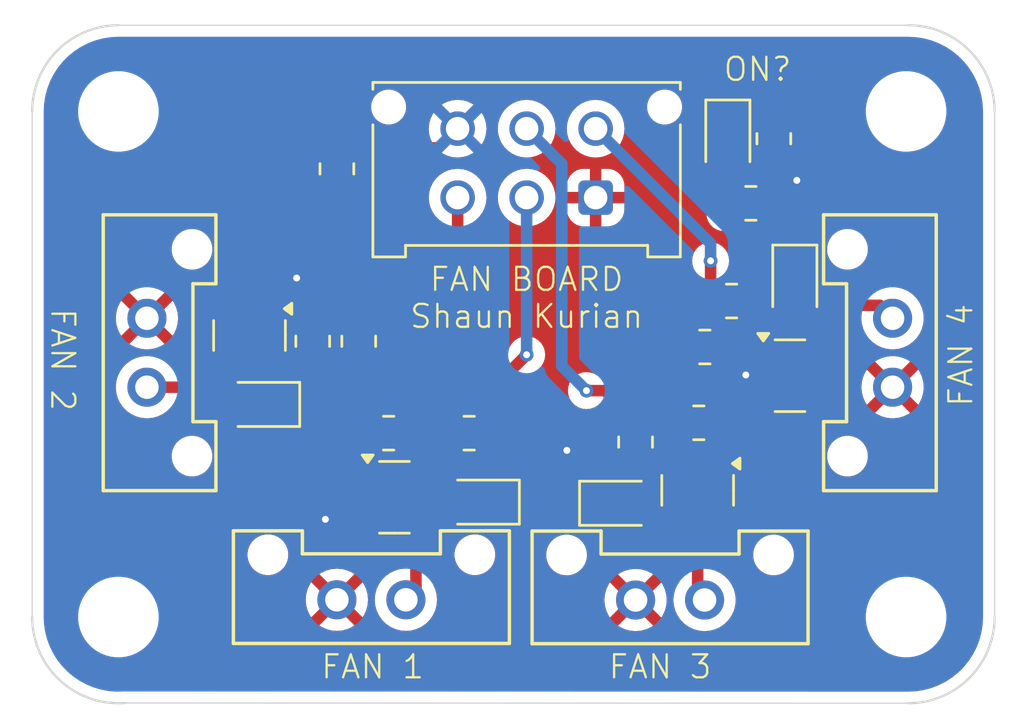
<source format=kicad_pcb>
(kicad_pcb (version 20240108) (generator "pcbnew") (generator_version "8.0")
  (layers (0 "F.Cu" signal) (31 "B.Cu" signal) (34 "B.Paste" user) (35 "F.Paste" user) (36 "B.SilkS" user "B.Silkscreen") (37 "F.SilkS" user "F.Silkscreen") (38 "B.Mask" user) (39 "F.Mask" user) (44 "Edge.Cuts" user))
  (net 0 "")
  (net 1 "+12V")
  (net 2 "GND")
  (net 3 "Net-(D1-A)")
  (net 4 "/FAN1")
  (net 5 "/FAN4")
  (net 6 "/FAN2")
  (net 7 "/FAN3")
  (net 8 "Net-(Q5-G)")
  (net 9 "Net-(D2-A)")
  (net 10 "Net-(D3-A)")
  (net 11 "Net-(D5-A)")
  (net 12 "Net-(Q1-G)")
  (net 13 "Net-(Q2-G)")
  (net 14 "Net-(Q3-G)")
  (net 15 "Net-(STATUS_LED1-K)")
  (footprint "Resistor_SMD:R_0805_2012Metric" (layer "F.Cu") (at 160.75 47.4375 -90)
    (property "Reference" "R1" (hide yes))
    (property "Value" "1k")
    (fp_line (start -0.227064 0.735) (end 0.227064 0.735) (stroke (width 0.12)) (layer "F.SilkS"))
    (fp_line (start -0.227064 -0.735) (end 0.227064 -0.735) (stroke (width 0.12)) (layer "F.SilkS"))
    (pad "1" smd roundrect (at -0.9125 0 270) (size 1.025 1.4) (layers "F.Cu" "F.Paste" "F.Mask") (roundrect_rratio 0.243902) (net 15 "Net-(STATUS_LED1-K)"))
    (pad "2" smd roundrect (at 0.9125 0 270) (size 1.025 1.4) (layers "F.Cu" "F.Paste" "F.Mask") (roundrect_rratio 0.243902) (net 2 "GND"))
  )
  (footprint "Resistor_SMD:R_0805_2012Metric" (layer "F.Cu") (at 140.7 56.25 90)
    (property "Reference" "R5" (hide yes))
    (property "Value" "100k")
    (fp_line (start -0.227064 -0.735) (end 0.227064 -0.735) (stroke (width 0.12)) (layer "F.SilkS"))
    (fp_line (start -0.227064 0.735) (end 0.227064 0.735) (stroke (width 0.12)) (layer "F.SilkS"))
    (pad "1" smd roundrect (at -0.9125 0 90) (size 1.025 1.4) (layers "F.Cu" "F.Paste" "F.Mask") (roundrect_rratio 0.243902) (net 6 "/FAN2"))
    (pad "2" smd roundrect (at 0.9125 0 90) (size 1.025 1.4) (layers "F.Cu" "F.Paste" "F.Mask") (roundrect_rratio 0.243902) (net 12 "Net-(Q1-G)"))
  )
  (footprint "UTSVT_Connectors:Molex_MicroFit3.0_1x2xP3.00mm_PolarizingPeg_Vertical" (layer "F.Cu") (at 165.9125 58.25 90)
    (property "Reference" "J4" (hide yes))
    (property "Value" "FAN1")
    (fp_line (start 7.5 -3) (end 7.5 1.9) (stroke (width 0.15)) (layer "F.SilkS"))
    (fp_line (start 4.5 -3) (end 7.5 -3) (stroke (width 0.15)) (layer "F.SilkS"))
    (fp_line (start -1.5 -3) (end -1.5 -2) (stroke (width 0.15)) (layer "F.SilkS"))
    (fp_line (start -4.5 -3) (end -1.5 -3) (stroke (width 0.15)) (layer "F.SilkS"))
    (fp_line (start 4.5 -2) (end 4.5 -3) (stroke (width 0.15)) (layer "F.SilkS"))
    (fp_line (start -1.5 -2) (end 4.5 -2) (stroke (width 0.15)) (layer "F.SilkS"))
    (fp_line (start 7.5 1.9) (end -4.5 1.9) (stroke (width 0.15)) (layer "F.SilkS"))
    (fp_line (start -4.5 1.9) (end -4.5 -3) (stroke (width 0.15)) (layer "F.SilkS"))
    (pad "" np_thru_hole circle (at -3 -1.96 90) (size 1.27 1.27) (drill 1.27) (layers "*.Cu" "*.Mask"))
    (pad "" np_thru_hole circle (at 6 -1.96 90) (size 1.27 1.27) (drill 1.27) (layers "*.Cu" "*.Mask"))
    (pad "1" thru_hole circle (at 0 0 90) (size 1.7 1.7) (drill 1.02) (layers "*.Cu" "*.Mask") (net 1 "+12V"))
    (pad "2" thru_hole circle (at 3 0 90) (size 1.7 1.7) (drill 1.02) (layers "*.Cu" "*.Mask") (net 10 "Net-(D3-A)"))
  )
  (footprint "Resistor_SMD:R_0805_2012Metric" (layer "F.Cu") (at 159.75 50.25)
    (property "Reference" "C2" (hide yes))
    (property "Value" "100u")
    (fp_line (start -0.227064 -0.735) (end 0.227064 -0.735) (stroke (width 0.12)) (layer "F.SilkS"))
    (fp_line (start -0.227064 0.735) (end 0.227064 0.735) (stroke (width 0.12)) (layer "F.SilkS"))
    (pad "1" smd roundrect (at -0.9125 0) (size 1.025 1.4) (layers "F.Cu" "F.Paste" "F.Mask") (roundrect_rratio 0.243902) (net 1 "+12V"))
    (pad "2" smd roundrect (at 0.9125 0) (size 1.025 1.4) (layers "F.Cu" "F.Paste" "F.Mask") (roundrect_rratio 0.243902) (net 2 "GND"))
  )
  (footprint "Resistor_SMD:R_0805_2012Metric" (layer "F.Cu") (at 142.7 56.25 90)
    (property "Reference" "R4" (hide yes))
    (property "Value" "100k")
    (fp_line (start -0.227064 -0.735) (end 0.227064 -0.735) (stroke (width 0.12)) (layer "F.SilkS"))
    (fp_line (start -0.227064 0.735) (end 0.227064 0.735) (stroke (width 0.12)) (layer "F.SilkS"))
    (pad "1" smd roundrect (at -0.9125 0 90) (size 1.025 1.4) (layers "F.Cu" "F.Paste" "F.Mask") (roundrect_rratio 0.243902) (net 6 "/FAN2"))
    (pad "2" smd roundrect (at 0.9125 0 90) (size 1.025 1.4) (layers "F.Cu" "F.Paste" "F.Mask") (roundrect_rratio 0.243902) (net 2 "GND"))
  )
  (footprint "LED_SMD:LED_0805_2012Metric" (layer "F.Cu") (at 153.9875 63.3)
    (property "Reference" "D2" (hide yes))
    (property "Value" "D")
    (fp_line (start -1.685 -0.96) (end -1.685 0.96) (stroke (width 0.12)) (layer "F.SilkS"))
    (fp_line (start -1.685 0.96) (end 1 0.96) (stroke (width 0.12)) (layer "F.SilkS"))
    (fp_line (start 1 -0.96) (end -1.685 -0.96) (stroke (width 0.12)) (layer "F.SilkS"))
    (pad "1" smd roundrect (at -0.9375 0) (size 0.975 1.4) (layers "F.Cu" "F.Paste" "F.Mask") (net 1 "+12V"))
    (pad "2" smd roundrect (at 0.9375 0) (size 0.975 1.4) (layers "F.Cu" "F.Paste" "F.Mask") (net 9 "Net-(D2-A)"))
  )
  (footprint "MountingHole:MountingHole_3mm" (layer "F.Cu") (at 166.5 46.25)
    (property "Reference" "H2")
    (property "Value" "MountingHole" (hide yes))
    (pad "" np_thru_hole circle (at 0 0) (size 3 3) (drill 3) (layers "*.Cu" "*.Mask"))
  )
  (footprint "Resistor_SMD:R_0805_2012Metric" (layer "F.Cu") (at 144 60.25 180)
    (property "Reference" "R3" (hide yes))
    (property "Value" "100k")
    (fp_line (start -0.227064 0.735) (end 0.227064 0.735) (stroke (width 0.12)) (layer "F.SilkS"))
    (fp_line (start -0.227064 -0.735) (end 0.227064 -0.735) (stroke (width 0.12)) (layer "F.SilkS"))
    (pad "1" smd roundrect (at -0.9125 0 180) (size 1.025 1.4) (layers "F.Cu" "F.Paste" "F.Mask") (roundrect_rratio 0.243902) (net 4 "/FAN1"))
    (pad "2" smd roundrect (at 0.9125 0 180) (size 1.025 1.4) (layers "F.Cu" "F.Paste" "F.Mask") (roundrect_rratio 0.243902) (net 8 "Net-(Q5-G)"))
  )
  (footprint "MountingHole:MountingHole_3mm" (layer "F.Cu") (at 132.25 68.25)
    (property "Reference" "H3")
    (property "Value" "MountingHole")
    (pad "" np_thru_hole circle (at 0 0) (size 3 3) (drill 3) (layers "*.Cu" "*.Mask"))
  )
  (footprint "UTSVT_Connectors:Molex_MicroFit3.0_1x2xP3.00mm_PolarizingPeg_Vertical" (layer "F.Cu") (at 141.75 67.5)
    (property "Reference" "J6" (hide yes))
    (property "Value" "FAN1")
    (fp_line (start -4.5 -3) (end -1.5 -3) (stroke (width 0.15)) (layer "F.SilkS"))
    (fp_line (start -4.5 1.9) (end -4.5 -3) (stroke (width 0.15)) (layer "F.SilkS"))
    (fp_line (start -1.5 -3) (end -1.5 -2) (stroke (width 0.15)) (layer "F.SilkS"))
    (fp_line (start -1.5 -2) (end 4.5 -2) (stroke (width 0.15)) (layer "F.SilkS"))
    (fp_line (start 4.5 -3) (end 7.5 -3) (stroke (width 0.15)) (layer "F.SilkS"))
    (fp_line (start 4.5 -2) (end 4.5 -3) (stroke (width 0.15)) (layer "F.SilkS"))
    (fp_line (start 7.5 -3) (end 7.5 1.9) (stroke (width 0.15)) (layer "F.SilkS"))
    (fp_line (start 7.5 1.9) (end -4.5 1.9) (stroke (width 0.15)) (layer "F.SilkS"))
    (pad "" np_thru_hole circle (at -3 -1.96) (size 1.27 1.27) (drill 1.27) (layers "*.Cu" "*.Mask"))
    (pad "" np_thru_hole circle (at 6 -1.96) (size 1.27 1.27) (drill 1.27) (layers "*.Cu" "*.Mask"))
    (pad "1" thru_hole circle (at 0 0) (size 1.7 1.7) (drill 1.02) (layers "*.Cu" "*.Mask") (net 1 "+12V"))
    (pad "2" thru_hole circle (at 3 0) (size 1.7 1.7) (drill 1.02) (layers "*.Cu" "*.Mask") (net 11 "Net-(D5-A)"))
  )
  (footprint "Package_TO_SOT_SMD:SOT-23" (layer "F.Cu") (at 157.4375 62.7375 -90)
    (property "Reference" "Q2" (hide yes))
    (property "Value" "IRLML0030")
    (fp_line (start 0 1.56) (end -0.65 1.56) (stroke (width 0.12)) (layer "F.SilkS"))
    (fp_line (start 0 1.56) (end 0.65 1.56) (stroke (width 0.12)) (layer "F.SilkS"))
    (fp_line (start 0 -1.56) (end -0.65 -1.56) (stroke (width 0.12)) (layer "F.SilkS"))
    (fp_line (start 0 -1.56) (end 0.65 -1.56) (stroke (width 0.12)) (layer "F.SilkS"))
    (fp_poly (pts (xy -1.1625 -1.51) (xy -1.4025 -1.84) (xy -0.9225 -1.84) (xy -1.1625 -1.51)) (stroke (width 0.12)) (fill solid) (layer "F.SilkS"))
    (pad "1" smd roundrect (at -0.9375 -0.95 270) (size 1.475 0.6) (layers "F.Cu" "F.Paste" "F.Mask") (net 13 "Net-(Q2-G)"))
    (pad "2" smd roundrect (at -0.9375 0.95 270) (size 1.475 0.6) (layers "F.Cu" "F.Paste" "F.Mask") (net 2 "GND"))
    (pad "3" smd roundrect (at 0.9375 0 270) (size 1.475 0.6) (layers "F.Cu" "F.Paste" "F.Mask") (net 9 "Net-(D2-A)"))
  )
  (footprint "MountingHole:MountingHole_3mm" (layer "F.Cu") (at 132.25 46.25)
    (property "Reference" "H1")
    (property "Value" "MountingHole")
    (pad "" np_thru_hole circle (at 0 0) (size 3 3) (drill 3) (layers "*.Cu" "*.Mask"))
  )
  (footprint "Package_TO_SOT_SMD:SOT-23" (layer "F.Cu") (at 161.4525 57.75)
    (property "Reference" "Q3" (hide yes))
    (property "Value" "IRLML0030")
    (fp_line (start 0 -1.56) (end -0.65 -1.56) (stroke (width 0.12)) (layer "F.SilkS"))
    (fp_line (start 0 -1.56) (end 0.65 -1.56) (stroke (width 0.12)) (layer "F.SilkS"))
    (fp_line (start 0 1.56) (end -0.65 1.56) (stroke (width 0.12)) (layer "F.SilkS"))
    (fp_line (start 0 1.56) (end 0.65 1.56) (stroke (width 0.12)) (layer "F.SilkS"))
    (fp_poly (pts (xy -1.1625 -1.51) (xy -1.4025 -1.84) (xy -0.9225 -1.84) (xy -1.1625 -1.51)) (stroke (width 0.12)) (fill solid) (layer "F.SilkS"))
    (pad "1" smd roundrect (at -0.9375 -0.95) (size 1.475 0.6) (layers "F.Cu" "F.Paste" "F.Mask") (net 14 "Net-(Q3-G)"))
    (pad "2" smd roundrect (at -0.9375 0.95) (size 1.475 0.6) (layers "F.Cu" "F.Paste" "F.Mask") (net 2 "GND"))
    (pad "3" smd roundrect (at 0.9375 0) (size 1.475 0.6) (layers "F.Cu" "F.Paste" "F.Mask") (net 10 "Net-(D3-A)"))
  )
  (footprint "UTSVT_Connectors:Molex_MicroFit3.0_1x2xP3.00mm_PolarizingPeg_Vertical" (layer "F.Cu") (at 154.7375 67.51)
    (property "Reference" "J3" (hide yes))
    (property "Value" "FAN1")
    (fp_line (start -4.5 -3) (end -1.5 -3) (stroke (width 0.15)) (layer "F.SilkS"))
    (fp_line (start -4.5 1.9) (end -4.5 -3) (stroke (width 0.15)) (layer "F.SilkS"))
    (fp_line (start -1.5 -3) (end -1.5 -2) (stroke (width 0.15)) (layer "F.SilkS"))
    (fp_line (start -1.5 -2) (end 4.5 -2) (stroke (width 0.15)) (layer "F.SilkS"))
    (fp_line (start 4.5 -3) (end 7.5 -3) (stroke (width 0.15)) (layer "F.SilkS"))
    (fp_line (start 4.5 -2) (end 4.5 -3) (stroke (width 0.15)) (layer "F.SilkS"))
    (fp_line (start 7.5 -3) (end 7.5 1.9) (stroke (width 0.15)) (layer "F.SilkS"))
    (fp_line (start 7.5 1.9) (end -4.5 1.9) (stroke (width 0.15)) (layer "F.SilkS"))
    (pad "" np_thru_hole circle (at -3 -1.96) (size 1.27 1.27) (drill 1.27) (layers "*.Cu" "*.Mask"))
    (pad "" np_thru_hole circle (at 6 -1.96) (size 1.27 1.27) (drill 1.27) (layers "*.Cu" "*.Mask"))
    (pad "1" thru_hole circle (at 0 0) (size 1.7 1.7) (drill 1.02) (layers "*.Cu" "*.Mask") (net 1 "+12V"))
    (pad "2" thru_hole circle (at 3 0) (size 1.7 1.7) (drill 1.02) (layers "*.Cu" "*.Mask") (net 9 "Net-(D2-A)"))
  )
  (footprint "Resistor_SMD:R_0805_2012Metric" (layer "F.Cu") (at 154.7375 60.6375 -90)
    (property "Reference" "R6" (hide yes))
    (property "Value" "100k")
    (fp_line (start -0.227064 0.735) (end 0.227064 0.735) (stroke (width 0.12)) (layer "F.SilkS"))
    (fp_line (start -0.227064 -0.735) (end 0.227064 -0.735) (stroke (width 0.12)) (layer "F.SilkS"))
    (pad "1" smd roundrect (at -0.9125 0 270) (size 1.025 1.4) (layers "F.Cu" "F.Paste" "F.Mask") (roundrect_rratio 0.243902) (net 7 "/FAN3"))
    (pad "2" smd roundrect (at 0.9125 0 270) (size 1.025 1.4) (layers "F.Cu" "F.Paste" "F.Mask") (roundrect_rratio 0.243902) (net 2 "GND"))
  )
  (footprint "Package_TO_SOT_SMD:SOT-23" (layer "F.Cu") (at 137.95 56 -90)
    (property "Reference" "Q1" (hide yes))
    (property "Value" "IRLML0030")
    (fp_line (start 0 1.56) (end -0.65 1.56) (stroke (width 0.12)) (layer "F.SilkS"))
    (fp_line (start 0 1.56) (end 0.65 1.56) (stroke (width 0.12)) (layer "F.SilkS"))
    (fp_line (start 0 -1.56) (end -0.65 -1.56) (stroke (width 0.12)) (layer "F.SilkS"))
    (fp_line (start 0 -1.56) (end 0.65 -1.56) (stroke (width 0.12)) (layer "F.SilkS"))
    (fp_poly (pts (xy -1.1625 -1.51) (xy -1.4025 -1.84) (xy -0.9225 -1.84) (xy -1.1625 -1.51)) (stroke (width 0.12)) (fill solid) (layer "F.SilkS"))
    (pad "1" smd roundrect (at -0.9375 -0.95 270) (size 1.475 0.6) (layers "F.Cu" "F.Paste" "F.Mask") (net 12 "Net-(Q1-G)"))
    (pad "2" smd roundrect (at -0.9375 0.95 270) (size 1.475 0.6) (layers "F.Cu" "F.Paste" "F.Mask") (net 2 "GND"))
    (pad "3" smd roundrect (at 0.9375 0 270) (size 1.475 0.6) (layers "F.Cu" "F.Paste" "F.Mask") (net 3 "Net-(D1-A)"))
  )
  (footprint "LED_SMD:LED_0805_2012Metric" (layer "F.Cu") (at 161.6625 53.75 -90)
    (property "Reference" "D3" (hide yes))
    (property "Value" "D")
    (fp_line (start -1.685 0.96) (end 1 0.96) (stroke (width 0.12)) (layer "F.SilkS"))
    (fp_line (start -1.685 -0.96) (end -1.685 0.96) (stroke (width 0.12)) (layer "F.SilkS"))
    (fp_line (start 1 -0.96) (end -1.685 -0.96) (stroke (width 0.12)) (layer "F.SilkS"))
    (pad "1" smd roundrect (at -0.9375 0 270) (size 0.975 1.4) (layers "F.Cu" "F.Paste" "F.Mask") (net 1 "+12V"))
    (pad "2" smd roundrect (at 0.9375 0 270) (size 0.975 1.4) (layers "F.Cu" "F.Paste" "F.Mask") (net 10 "Net-(D3-A)"))
  )
  (footprint "LED_SMD:LED_0805_2012Metric" (layer "F.Cu") (at 158.75 47.4375 -90)
    (property "Reference" "STATUS_LED1" (hide yes))
    (property "Value" "LED")
    (fp_line (start -1.685 0.96) (end 1 0.96) (stroke (width 0.12)) (layer "F.SilkS"))
    (fp_line (start -1.685 -0.96) (end -1.685 0.96) (stroke (width 0.12)) (layer "F.SilkS"))
    (fp_line (start 1 -0.96) (end -1.685 -0.96) (stroke (width 0.12)) (layer "F.SilkS"))
    (pad "1" smd roundrect (at -0.9375 0 270) (size 0.975 1.4) (layers "F.Cu" "F.Paste" "F.Mask") (net 15 "Net-(STATUS_LED1-K)"))
    (pad "2" smd roundrect (at 0.9375 0 270) (size 0.975 1.4) (layers "F.Cu" "F.Paste" "F.Mask") (net 1 "+12V"))
  )
  (footprint "Package_TO_SOT_SMD:SOT-23" (layer "F.Cu") (at 144.25 63.04)
    (property "Reference" "Q5" (hide yes))
    (property "Value" "IRLML0030")
    (fp_line (start 0 -1.56) (end -0.65 -1.56) (stroke (width 0.12)) (layer "F.SilkS"))
    (fp_line (start 0 -1.56) (end 0.65 -1.56) (stroke (width 0.12)) (layer "F.SilkS"))
    (fp_line (start 0 1.56) (end -0.65 1.56) (stroke (width 0.12)) (layer "F.SilkS"))
    (fp_line (start 0 1.56) (end 0.65 1.56) (stroke (width 0.12)) (layer "F.SilkS"))
    (fp_poly (pts (xy -1.1625 -1.51) (xy -1.4025 -1.84) (xy -0.9225 -1.84) (xy -1.1625 -1.51)) (stroke (width 0.12)) (fill solid) (layer "F.SilkS"))
    (pad "1" smd roundrect (at -0.9375 -0.95) (size 1.475 0.6) (layers "F.Cu" "F.Paste" "F.Mask") (net 8 "Net-(Q5-G)"))
    (pad "2" smd roundrect (at -0.9375 0.95) (size 1.475 0.6) (layers "F.Cu" "F.Paste" "F.Mask") (net 2 "GND"))
    (pad "3" smd roundrect (at 0.9375 0) (size 1.475 0.6) (layers "F.Cu" "F.Paste" "F.Mask") (net 11 "Net-(D5-A)"))
  )
  (footprint "LED_SMD:LED_0805_2012Metric" (layer "F.Cu") (at 138.45 59 180)
    (property "Reference" "D1" (hide yes))
    (property "Value" "D")
    (fp_line (start 1 -0.96) (end -1.685 -0.96) (stroke (width 0.12)) (layer "F.SilkS"))
    (fp_line (start -1.685 0.96) (end 1 0.96) (stroke (width 0.12)) (layer "F.SilkS"))
    (fp_line (start -1.685 -0.96) (end -1.685 0.96) (stroke (width 0.12)) (layer "F.SilkS"))
    (pad "1" smd roundrect (at -0.9375 0 180) (size 0.975 1.4) (layers "F.Cu" "F.Paste" "F.Mask") (net 1 "+12V"))
    (pad "2" smd roundrect (at 0.9375 0 180) (size 0.975 1.4) (layers "F.Cu" "F.Paste" "F.Mask") (net 3 "Net-(D1-A)"))
  )
  (footprint "Resistor_SMD:R_0805_2012Metric" (layer "F.Cu") (at 141.75 48.75 90)
    (property "Reference" "C1" (hide yes))
    (property "Value" "100u")
    (fp_line (start -0.227064 -0.735) (end 0.227064 -0.735) (stroke (width 0.12)) (layer "F.SilkS"))
    (fp_line (start -0.227064 0.735) (end 0.227064 0.735) (stroke (width 0.12)) (layer "F.SilkS"))
    (pad "1" smd roundrect (at -0.9125 0 90) (size 1.025 1.4) (layers "F.Cu" "F.Paste" "F.Mask") (roundrect_rratio 0.243902) (net 1 "+12V"))
    (pad "2" smd roundrect (at 0.9125 0 90) (size 1.025 1.4) (layers "F.Cu" "F.Paste" "F.Mask") (roundrect_rratio 0.243902) (net 2 "GND"))
  )
  (footprint "Resistor_SMD:R_0805_2012Metric" (layer "F.Cu") (at 157.75 56.5)
    (property "Reference" "R8" (hide yes))
    (property "Value" "100k")
    (fp_line (start -0.227064 -0.735) (end 0.227064 -0.735) (stroke (width 0.12)) (layer "F.SilkS"))
    (fp_line (start -0.227064 0.735) (end 0.227064 0.735) (stroke (width 0.12)) (layer "F.SilkS"))
    (pad "1" smd roundrect (at -0.9125 0) (size 1.025 1.4) (layers "F.Cu" "F.Paste" "F.Mask") (roundrect_rratio 0.243902) (net 5 "/FAN4"))
    (pad "2" smd roundrect (at 0.9125 0) (size 1.025 1.4) (layers "F.Cu" "F.Paste" "F.Mask") (roundrect_rratio 0.243902) (net 2 "GND"))
  )
  (footprint "Resistor_SMD:R_0805_2012Metric" (layer "F.Cu") (at 158.9125 54.5)
    (property "Reference" "R9" (hide yes))
    (property "Value" "100k")
    (fp_line (start -0.227064 -0.735) (end 0.227064 -0.735) (stroke (width 0.12)) (layer "F.SilkS"))
    (fp_line (start -0.227064 0.735) (end 0.227064 0.735) (stroke (width 0.12)) (layer "F.SilkS"))
    (pad "1" smd roundrect (at -0.9125 0) (size 1.025 1.4) (layers "F.Cu" "F.Paste" "F.Mask") (roundrect_rratio 0.243902) (net 5 "/FAN4"))
    (pad "2" smd roundrect (at 0.9125 0) (size 1.025 1.4) (layers "F.Cu" "F.Paste" "F.Mask") (roundrect_rratio 0.243902) (net 14 "Net-(Q3-G)"))
  )
  (footprint "Resistor_SMD:R_0805_2012Metric" (layer "F.Cu") (at 157.4875 59.8)
    (property "Reference" "R7" (hide yes))
    (property "Value" "100k")
    (fp_line (start -0.227064 -0.735) (end 0.227064 -0.735) (stroke (width 0.12)) (layer "F.SilkS"))
    (fp_line (start -0.227064 0.735) (end 0.227064 0.735) (stroke (width 0.12)) (layer "F.SilkS"))
    (pad "1" smd roundrect (at -0.9125 0) (size 1.025 1.4) (layers "F.Cu" "F.Paste" "F.Mask") (roundrect_rratio 0.243902) (net 7 "/FAN3"))
    (pad "2" smd roundrect (at 0.9125 0) (size 1.025 1.4) (layers "F.Cu" "F.Paste" "F.Mask") (roundrect_rratio 0.243902) (net 13 "Net-(Q2-G)"))
  )
  (footprint "UTSVT_Connectors:Molex_MicroFit3.0_1x2xP3.00mm_PolarizingPeg_Vertical" (layer "F.Cu") (at 133.49 55.25 -90)
    (property "Reference" "J2" (hide yes))
    (property "Value" "FAN1")
    (fp_line (start -4.5 1.9) (end -4.5 -3) (stroke (width 0.15)) (layer "F.SilkS"))
    (fp_line (start 7.5 1.9) (end -4.5 1.9) (stroke (width 0.15)) (layer "F.SilkS"))
    (fp_line (start -1.5 -2) (end 4.5 -2) (stroke (width 0.15)) (layer "F.SilkS"))
    (fp_line (start 4.5 -2) (end 4.5 -3) (stroke (width 0.15)) (layer "F.SilkS"))
    (fp_line (start -4.5 -3) (end -1.5 -3) (stroke (width 0.15)) (layer "F.SilkS"))
    (fp_line (start -1.5 -3) (end -1.5 -2) (stroke (width 0.15)) (layer "F.SilkS"))
    (fp_line (start 4.5 -3) (end 7.5 -3) (stroke (width 0.15)) (layer "F.SilkS"))
    (fp_line (start 7.5 -3) (end 7.5 1.9) (stroke (width 0.15)) (layer "F.SilkS"))
    (pad "" np_thru_hole circle (at -3 -1.96 270) (size 1.27 1.27) (drill 1.27) (layers "*.Cu" "*.Mask"))
    (pad "" np_thru_hole circle (at 6 -1.96 270) (size 1.27 1.27) (drill 1.27) (layers "*.Cu" "*.Mask"))
    (pad "1" thru_hole circle (at 0 0 270) (size 1.7 1.7) (drill 1.02) (layers "*.Cu" "*.Mask") (net 1 "+12V"))
    (pad "2" thru_hole circle (at 3 0 270) (size 1.7 1.7) (drill 1.02) (layers "*.Cu" "*.Mask") (net 3 "Net-(D1-A)"))
  )
  (footprint "LED_SMD:LED_0805_2012Metric" (layer "F.Cu") (at 148 63.25 180)
    (property "Reference" "D5" (hide yes))
    (property "Value" "D")
    (fp_line (start 1 -0.96) (end -1.685 -0.96) (stroke (width 0.12)) (layer "F.SilkS"))
    (fp_line (start -1.685 0.96) (end 1 0.96) (stroke (width 0.12)) (layer "F.SilkS"))
    (fp_line (start -1.685 -0.96) (end -1.685 0.96) (stroke (width 0.12)) (layer "F.SilkS"))
    (pad "1" smd roundrect (at -0.9375 0 180) (size 0.975 1.4) (layers "F.Cu" "F.Paste" "F.Mask") (net 1 "+12V"))
    (pad "2" smd roundrect (at 0.9375 0 180) (size 0.975 1.4) (layers "F.Cu" "F.Paste" "F.Mask") (net 11 "Net-(D5-A)"))
  )
  (footprint "Resistor_SMD:R_0805_2012Metric" (layer "F.Cu") (at 147.5 60.25)
    (property "Reference" "R2" (hide yes))
    (property "Value" "100k")
    (fp_line (start -0.227064 -0.735) (end 0.227064 -0.735) (stroke (width 0.12)) (layer "F.SilkS"))
    (fp_line (start -0.227064 0.735) (end 0.227064 0.735) (stroke (width 0.12)) (layer "F.SilkS"))
    (pad "1" smd roundrect (at -0.9125 0) (size 1.025 1.4) (layers "F.Cu" "F.Paste" "F.Mask") (roundrect_rratio 0.243902) (net 4 "/FAN1"))
    (pad "2" smd roundrect (at 0.9125 0) (size 1.025 1.4) (layers "F.Cu" "F.Paste" "F.Mask") (roundrect_rratio 0.243902) (net 2 "GND"))
  )
  (footprint "MountingHole:MountingHole_3mm" (layer "F.Cu") (at 166.5 68.25)
    (property "Reference" "H4")
    (property "Value" "MountingHole")
    (pad "" np_thru_hole circle (at 0 0) (size 3 3) (drill 3) (layers "*.Cu" "*.Mask"))
  )
  (footprint "Connector_Molex:Molex_Micro-Fit_3.0_43045-0612_2x03_P3.00mm_Vertical" (layer "F.Cu") (at 153 50 180)
    (property "Reference" "J1" (hide yes))
    (property "Value" "FanBrdConn")
    (fp_line (start 9.685 5.01) (end 9.685 4.71) (stroke (width 0.12)) (layer "F.SilkS"))
    (fp_line (start 9.685 -2.58) (end 9.685 3.17) (stroke (width 0.12)) (layer "F.SilkS"))
    (fp_line (start 8.265 -2.08) (end 8.265 -2.58) (stroke (width 0.12)) (layer "F.SilkS"))
    (fp_line (start 8.265 -2.58) (end 9.685 -2.58) (stroke (width 0.12)) (layer "F.SilkS"))
    (fp_line (start -2.265 -2.08) (end 8.265 -2.08) (stroke (width 0.12)) (layer "F.SilkS"))
    (fp_line (start -2.265 -2.58) (end -2.265 -2.08) (stroke (width 0.12)) (layer "F.SilkS"))
    (fp_line (start -3.685 5.01) (end 9.685 5.01) (stroke (width 0.12)) (layer "F.SilkS"))
    (fp_line (start -3.685 4.71) (end -3.685 5.01) (stroke (width 0.12)) (layer "F.SilkS"))
    (fp_line (start -3.685 3.17) (end -3.685 -2.58) (stroke (width 0.12)) (layer "F.SilkS"))
    (fp_line (start -3.685 -2.58) (end -2.265 -2.58) (stroke (width 0.12)) (layer "F.SilkS"))
    (pad "" np_thru_hole circle (at -3 3.94 180) (size 1.02 1.02) (drill 1.02) (layers "*.Cu" "*.Mask"))
    (pad "" np_thru_hole circle (at 9 3.94 180) (size 1.02 1.02) (drill 1.02) (layers "*.Cu" "*.Mask"))
    (pad "1" thru_hole roundrect (at 0 0 180) (size 1.5 1.5) (drill 1.02) (layers "*.Cu" "*.Mask") (roundrect_rratio 0.166667) (net 1 "+12V"))
    (pad "2" thru_hole circle (at 3 0 180) (size 1.5 1.5) (drill 1.02) (layers "*.Cu" "*.Mask") (net 4 "/FAN1"))
    (pad "3" thru_hole circle (at 6 0 180) (size 1.5 1.5) (drill 1.02) (layers "*.Cu" "*.Mask") (net 6 "/FAN2"))
    (pad "4" thru_hole circle (at 0 3 180) (size 1.5 1.5) (drill 1.02) (layers "*.Cu" "*.Mask") (net 5 "/FAN4"))
    (pad "5" thru_hole circle (at 3 3 180) (size 1.5 1.5) (drill 1.02) (layers "*.Cu" "*.Mask") (net 7 "/FAN3"))
    (pad "6" thru_hole circle (at 6 3 180) (size 1.5 1.5) (drill 1.02) (layers "*.Cu" "*.Mask") (net 2 "GND"))
  )
  (gr_line (start 166.59835 42.5) (end 132.25 42.5) (stroke (width 0.05)) (layer "Edge.Cuts"))
  (gr_line (start 128.5 46.25) (end 128.5 68.25) (stroke (width 0.05)) (layer "Edge.Cuts"))
  (gr_arc (start 132.517176 71.99047) (mid 129.694555 70.994487) (end 128.5 68.25) (stroke (width 0.1)) (layer "Edge.Cuts"))
  (gr_arc (start 170.34835 68.25) (mid 169.25 70.90165) (end 166.59835 72) (stroke (width 0.1)) (layer "Edge.Cuts"))
  (gr_line (start 132.517176 71.99047) (end 166.59835 72) (stroke (width 0.05)) (layer "Edge.Cuts"))
  (gr_arc (start 128.5 46.25) (mid 129.59835 43.59835) (end 132.25 42.5) (stroke (width 0.1)) (layer "Edge.Cuts"))
  (gr_arc (start 166.59835 42.5) (mid 169.25 43.59835) (end 170.34835 46.25) (stroke (width 0.1)) (layer "Edge.Cuts"))
  (gr_line (start 170.34835 68.25) (end 170.34835 46.25) (stroke (width 0.05)) (layer "Edge.Cuts"))
  (gr_text "ON?" (at 158.5 45 0) (layer "F.SilkS") (effects (font (size 1 1) (thickness 0.1)) (justify left bottom)))
  (gr_text "FAN 1" (at 141 71 0) (layer "F.SilkS") (effects (font (size 1 1) (thickness 0.1)) (justify left bottom)))
  (gr_text "FAN 3" (at 153.5 71 0) (layer "F.SilkS") (effects (font (size 1 1) (thickness 0.1)) (justify left bottom)))
  (gr_text "FAN 2" (at 129.25 54.75 270) (layer "F.SilkS") (effects (font (size 1 1) (thickness 0.1)) (justify left bottom)))
  (gr_text "FAN 4" (at 169.4625 59.1625 90) (layer "F.SilkS") (effects (font (size 1 1) (thickness 0.1)) (justify left bottom)))
  (gr_text "FAN BOARD\nShaun Kurian" (at 150 55.75 0) (layer "F.SilkS") (effects (font (size 1 1) (thickness 0.1)) (justify bottom)))
  (segment (start 151.75 61) (end 151 60.25) (width 0.5) (layer "F.Cu") (net 2))
  (segment (start 143.3125 63.99) (end 141.26 63.99) (width 0.5) (layer "F.Cu") (net 2))
  (segment (start 146.1625 47.8375) (end 147 47) (width 0.5) (layer "F.Cu") (net 2))
  (segment (start 140.8625 53.5) (end 140 53.5) (width 0.5) (layer "F.Cu") (net 2))
  (segment (start 154.9875 61.8) (end 154.7375 61.55) (width 0.5) (layer "F.Cu") (net 2))
  (segment (start 160.75 50.1625) (end 160.6625 50.25) (width 0.5) (layer "F.Cu") (net 2))
  (segment (start 141.26 63.99) (end 141.25 64) (width 0.5) (layer "F.Cu") (net 2))
  (segment (start 160.75 50.25) (end 161.75 49.25) (width 0.5) (layer "F.Cu") (net 2))
  (segment (start 156.4875 61.8) (end 154.9875 61.8) (width 0.5) (layer "F.Cu") (net 2))
  (segment (start 152.3 61.55) (end 154.7375 61.55) (width 0.5) (layer "F.Cu") (net 2))
  (segment (start 142.7 55.3375) (end 140.8625 53.5) (width 0.5) (layer "F.Cu") (net 2))
  (segment (start 161.75 49.25) (end 161.65 49.25) (width 0.5) (layer "F.Cu") (net 2))
  (segment (start 151 60.25) (end 148.4125 60.25) (width 0.5) (layer "F.Cu") (net 2))
  (segment (start 138.5625 53.5) (end 140 53.5) (width 0.5) (layer "F.Cu") (net 2))
  (segment (start 158.6625 56.8475) (end 159.5325 57.7175) (width 0.5) (layer "F.Cu") (net 2))
  (segment (start 151.75 61) (end 152.3 61.55) (width 0.5) (layer "F.Cu") (net 2))
  (segment (start 161.65 49.25) (end 160.75 48.35) (width 0.5) (layer "F.Cu") (net 2))
  (segment (start 158.6625 56.5) (end 158.6625 56.8475) (width 0.5) (layer "F.Cu") (net 2))
  (segment (start 159.5325 57.7175) (end 160.515 58.7) (width 0.5) (layer "F.Cu") (net 2))
  (segment (start 141.75 47.8375) (end 146.1625 47.8375) (width 0.5) (layer "F.Cu") (net 2))
  (segment (start 137 55.0625) (end 138.5625 53.5) (width 0.5) (layer "F.Cu") (net 2))
  (segment (start 160.6625 50.25) (end 160.75 50.25) (width 0.5) (layer "F.Cu") (net 2))
  (via (at 140 53.5) (size 0.6) (drill 0.3) (layers "F.Cu" "B.Cu") (net 2))
  (via (at 141.25 64) (size 0.6) (drill 0.3) (layers "F.Cu" "B.Cu") (net 2))
  (via (at 161.75 49.25) (size 0.6) (drill 0.3) (layers "F.Cu" "B.Cu") (net 2))
  (via (at 151.75 61) (size 0.6) (drill 0.3) (layers "F.Cu" "B.Cu") (net 2))
  (via (at 159.5325 57.7175) (size 0.6) (drill 0.3) (layers "F.Cu" "B.Cu") (net 2))
  (segment (start 137.95 58.5625) (end 137.5125 59) (width 0.5) (layer "F.Cu") (net 3))
  (segment (start 137.95 56.9375) (end 137.95 58.5625) (width 0.5) (layer "F.Cu") (net 3))
  (segment (start 133.49 58.25) (end 136.7625 58.25) (width 0.5) (layer "F.Cu") (net 3))
  (segment (start 136.7625 58.25) (end 137.5125 59) (width 0.5) (layer "F.Cu") (net 3))
  (segment (start 150 56.8375) (end 146.5875 60.25) (width 0.5) (layer "F.Cu") (net 4))
  (segment (start 146.5875 60.25) (end 144.9125 60.25) (width 0.5) (layer "F.Cu") (net 4))
  (via (at 150 56.8375) (size 0.6) (drill 0.3) (layers "F.Cu" "B.Cu") (net 4))
  (segment (start 150 50) (end 150 56.8375) (width 0.5) (layer "B.Cu") (net 4))
  (segment (start 157.25 55.25) (end 157.25 56.0875) (width 0.5) (layer "F.Cu") (net 5))
  (segment (start 158 54.5) (end 157.25 55.25) (width 0.5) (layer "F.Cu") (net 5))
  (segment (start 157.25 56.0875) (end 156.8375 56.5) (width 0.5) (layer "F.Cu") (net 5))
  (segment (start 158 52.75) (end 158 54.5) (width 0.5) (layer "F.Cu") (net 5))
  (via (at 158 52.75) (size 0.6) (drill 0.3) (layers "F.Cu" "B.Cu") (net 5))
  (segment (start 158 52) (end 158 52.75) (width 0.5) (layer "B.Cu") (net 5))
  (segment (start 153 47) (end 158 52) (width 0.5) (layer "B.Cu") (net 5))
  (segment (start 147 50) (end 147 52.8625) (width 0.5) (layer "F.Cu") (net 6))
  (segment (start 147 52.8625) (end 142.7 57.1625) (width 0.5) (layer "F.Cu") (net 6))
  (segment (start 140.7 57.1625) (end 142.7 57.1625) (width 0.5) (layer "F.Cu") (net 6))
  (segment (start 156.575 59.8) (end 154.8125 59.8) (width 0.5) (layer "F.Cu") (net 7))
  (segment (start 154.8125 59.8) (end 154.7375 59.725) (width 0.5) (layer "F.Cu") (net 7))
  (segment (start 152.6 58.4) (end 153.4125 58.4) (width 0.5) (layer "F.Cu") (net 7))
  (segment (start 153.4125 58.4) (end 154.7375 59.725) (width 0.5) (layer "F.Cu") (net 7))
  (via (at 152.6 58.4) (size 0.6) (drill 0.3) (layers "F.Cu" "B.Cu") (net 7))
  (segment (start 151.529237 57.329237) (end 152.6 58.4) (width 0.5) (layer "B.Cu") (net 7))
  (segment (start 150 47) (end 151.529237 48.529237) (width 0.5) (layer "B.Cu") (net 7))
  (segment (start 151.529237 48.529237) (end 151.529237 57.329237) (width 0.5) (layer "B.Cu") (net 7))
  (segment (start 143.0875 61.865) (end 143.3125 62.09) (width 0.5) (layer "F.Cu") (net 8))
  (segment (start 143.0875 60.25) (end 143.0875 61.865) (width 0.5) (layer "F.Cu") (net 8))
  (segment (start 154.925 63.3) (end 157.0625 63.3) (width 0.5) (layer "F.Cu") (net 9))
  (segment (start 157.4375 63.675) (end 157.4375 67.21) (width 0.5) (layer "F.Cu") (net 9))
  (segment (start 157.0625 63.3) (end 157.4375 63.675) (width 0.5) (layer "F.Cu") (net 9))
  (segment (start 157.4375 67.21) (end 157.7375 67.51) (width 0.5) (layer "F.Cu") (net 9))
  (segment (start 162.39 55.415) (end 162.39 57.75) (width 0.5) (layer "F.Cu") (net 10))
  (segment (start 161.6625 54.6875) (end 162.39 55.415) (width 0.5) (layer "F.Cu") (net 10))
  (segment (start 161.6625 54.6875) (end 165.35 54.6875) (width 0.5) (layer "F.Cu") (net 10))
  (segment (start 165.35 54.6875) (end 165.9125 55.25) (width 0.5) (layer "F.Cu") (net 10))
  (segment (start 146.8525 63.04) (end 147.0625 63.25) (width 0.5) (layer "F.Cu") (net 11))
  (segment (start 145.1875 63.04) (end 145.1875 67.0625) (width 0.5) (layer "F.Cu") (net 11))
  (segment (start 145.1875 63.04) (end 146.8525 63.04) (width 0.5) (layer "F.Cu") (net 11))
  (segment (start 145.1875 67.0625) (end 144.75 67.5) (width 0.5) (layer "F.Cu") (net 11))
  (segment (start 140.425 55.0625) (end 140.7 55.3375) (width 0.5) (layer "F.Cu") (net 12))
  (segment (start 138.9 55.0625) (end 140.425 55.0625) (width 0.5) (layer "F.Cu") (net 12))
  (segment (start 158.4 61.7875) (end 158.3875 61.8) (width 0.5) (layer "F.Cu") (net 13))
  (segment (start 158.4 59.8) (end 158.4 61.7875) (width 0.5) (layer "F.Cu") (net 13))
  (segment (start 159.825 56.11) (end 160.515 56.8) (width 0.5) (layer "F.Cu") (net 14))
  (segment (start 159.825 54.5) (end 159.825 56.11) (width 0.5) (layer "F.Cu") (net 14))
  (segment (start 160.75 46.525) (end 158.775 46.525) (width 0.5) (layer "F.Cu") (net 15))
  (segment (start 158.775 46.525) (end 158.75 46.5) (width 0.5) (layer "F.Cu") (net 15))
  (zone (net 1) (net_name "+12V") (layer "F.Cu") (priority 1) (connect_pads (clearance 0.5)) (min_thickness 0.25) (fill yes (thermal_gap 0.5) (thermal_bridge_width 0.5))
    (polygon (pts (xy 130.75 50.75) (xy 137 44) (xy 161.5 44) (xy 168 51.25) (xy 168 63.5) (xy 162.5 69.5) (xy 137 69.75) (xy 130.75 63.25)))
  )
  (zone (net 2) (net_name "GND") (layer "B.Cu") (connect_pads (clearance 0.5)) (min_thickness 0.25) (fill yes (thermal_gap 0.5) (thermal_bridge_width 0.5))
    (polygon (pts (xy 127.75 42.25) (xy 170.75 42.25) (xy 170.75 72) (xy 127.75 72)))
  )
)
</source>
